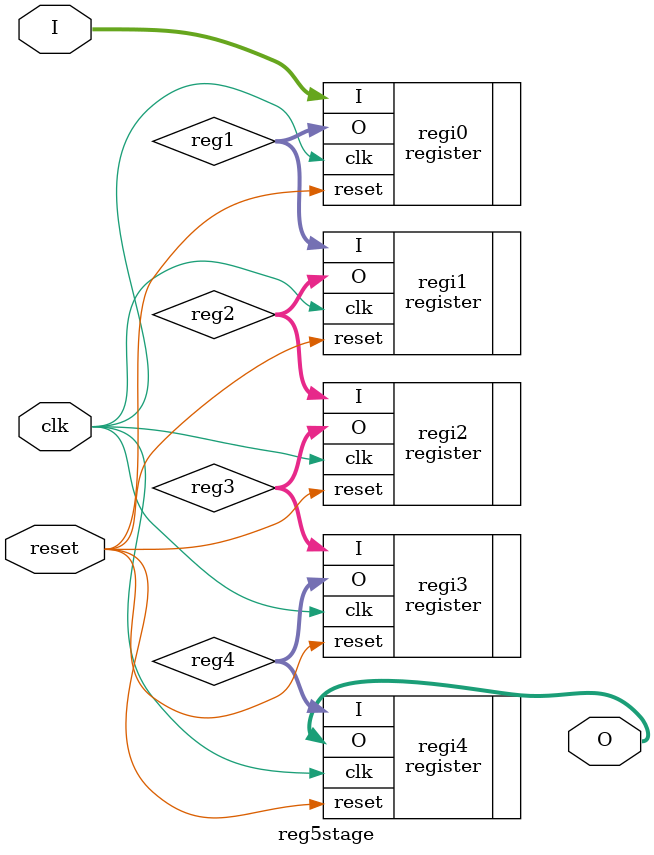
<source format=sv>
`timescale 1ns / 1ps


module reg5stage(
    input clk,
    input reset,
    input [1:0] I,
    output [1:0] O
    );
    wire [1:0] reg1,reg2,reg3,reg4;
    register regi0(.clk(clk),.reset(reset),.I(I),.O(reg1));
    register regi1(.clk(clk),.reset(reset),.I(reg1),.O(reg2));
    register regi2(.clk(clk),.reset(reset),.I(reg2),.O(reg3));
    register regi3(.clk(clk),.reset(reset),.I(reg3),.O(reg4));
    register regi4(.clk(clk),.reset(reset),.I(reg4),.O(O));
endmodule

</source>
